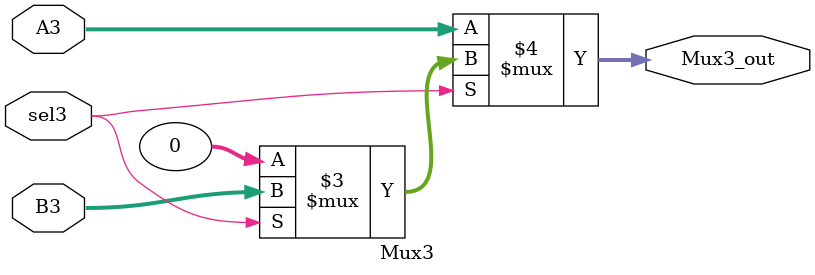
<source format=v>
module Mux1(sel1, A1, B1, Mux1_out);
    input sel1;
    input [31:0] A1,B1;
    output [31:0] Mux1_out;

    assign Mux1_out = (sel1 == 1'b0) ? A1 : (sel1 == 1'b1) ? B1 : 32'b0; // Default to 0
endmodule

module Mux2(sel2, A2, B2, Mux2_out);
    input sel2;
    input [31:0] A2,B2;
    output [31:0] Mux2_out;

    assign Mux2_out = (sel2 == 1'b0) ? A2 : (sel2 == 1'b1) ? B2 : 32'b0; // Default to 0
endmodule

module Mux3(sel3, A3, B3, Mux3_out);
    input sel3;
    input [31:0] A3,B3;
    output [31:0] Mux3_out;

    assign Mux3_out = (sel3 == 1'b0) ? A3 : (sel3 == 1'b1) ? B3 : 32'b0; // Default to 0
endmodule
</source>
